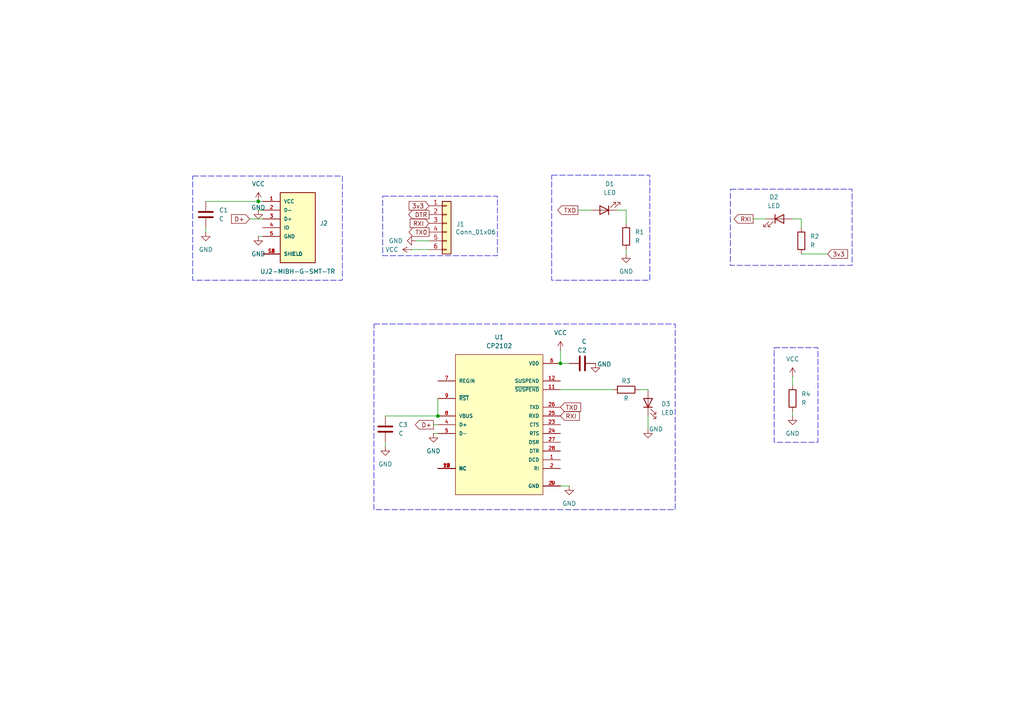
<source format=kicad_sch>
(kicad_sch (version 20231120) (generator "eeschema") (generator_version "8.0")
  (paper "A4")
  (title_block (title "CP2102USB2UART") (date "2025-02-16") (rev "1.0") (company "AvelTek"))
  (lib_symbols
    (symbol "CP2102:CP2102" (pin_names (offset 1.016))
      (property "Reference" "U" (at -12.7 21.082 0))
      (property "Value" "CP2102" (at -12.7 -22.86 0))
      (symbol "CP2102_0_0"
        (rectangle (start -12.7 -20.32) (end 12.7 20.32) (stroke (width 0.1524)) (fill (type background)))
        (pin input line (at 17.78 -10.16 180) (length 5.08) (name "DCD") (number "1"))
        (pin passive line (at -17.78 -12.7 0) (length 5.08) (name "NC") (number "10"))
        (pin output line (at 17.78 10.16 180) (length 5.08) (name "~{SUSPEND}") (number "11"))
        (pin output line (at 17.78 12.7 180) (length 5.08) (name "SUSPEND") (number "12"))
        (pin passive line (at -17.78 -12.7 0) (length 5.08) (name "NC") (number "13"))
        (pin passive line (at -17.78 -12.7 0) (length 5.08) (name "NC") (number "14"))
        (pin passive line (at -17.78 -12.7 0) (length 5.08) (name "NC") (number "15"))
        (pin passive line (at -17.78 -12.7 0) (length 5.08) (name "NC") (number "16"))
        (pin passive line (at -17.78 -12.7 0) (length 5.08) (name "NC") (number "17"))
        (pin passive line (at -17.78 -12.7 0) (length 5.08) (name "NC") (number "18"))
        (pin passive line (at -17.78 -12.7 0) (length 5.08) (name "NC") (number "19"))
        (pin input line (at 17.78 -12.7 180) (length 5.08) (name "RI") (number "2"))
        (pin passive line (at -17.78 -12.7 0) (length 5.08) (name "NC") (number "20"))
        (pin passive line (at -17.78 -12.7 0) (length 5.08) (name "NC") (number "21"))
        (pin passive line (at -17.78 -12.7 0) (length 5.08) (name "NC") (number "22"))
        (pin input line (at 17.78 0 180) (length 5.08) (name "CTS") (number "23"))
        (pin output line (at 17.78 -2.54 180) (length 5.08) (name "RTS") (number "24"))
        (pin input line (at 17.78 2.54 180) (length 5.08) (name "RXD") (number "25"))
        (pin output line (at 17.78 5.08 180) (length 5.08) (name "TXD") (number "26"))
        (pin input line (at 17.78 -5.08 180) (length 5.08) (name "DSR") (number "27"))
        (pin output line (at 17.78 -7.62 180) (length 5.08) (name "DTR") (number "28"))
        (pin power_in line (at 17.78 -17.78 180) (length 5.08) (name "GND") (number "29"))
        (pin power_in line (at 17.78 -17.78 180) (length 5.08) (name "GND") (number "3"))
        (pin bidirectional line (at -17.78 0 0) (length 5.08) (name "D+") (number "4"))
        (pin bidirectional line (at -17.78 -2.54 0) (length 5.08) (name "D-") (number "5"))
        (pin power_in line (at 17.78 17.78 180) (length 5.08) (name "VDD") (number "6"))
        (pin input line (at -17.78 12.7 0) (length 5.08) (name "REGIN") (number "7"))
        (pin input line (at -17.78 2.54 0) (length 5.08) (name "VBUS") (number "8"))
        (pin bidirectional line (at -17.78 7.62 0) (length 5.08) (name "~{RST}") (number "9"))
      )
    )
    (symbol "Connector_Generic:Conn_01x06" (pin_names (offset 1.016) hide)
      (property "Reference" "J" (at 0 7.62 0))
      (property "Value" "Conn_01x06" (at 0 -10.16 0))
      (symbol "Conn_01x06_1_1"
        (rectangle (start -1.27 -7.493) (end 0 -7.747) (stroke (width 0.1524)))
        (rectangle (start -1.27 -4.953) (end 0 -5.207) (stroke (width 0.1524)))
        (rectangle (start -1.27 -2.413) (end 0 -2.667) (stroke (width 0.1524)))
        (rectangle (start -1.27 0.127) (end 0 -0.127) (stroke (width 0.1524)))
        (rectangle (start -1.27 2.667) (end 0 2.413) (stroke (width 0.1524)))
        (rectangle (start -1.27 5.207) (end 0 4.953) (stroke (width 0.1524)))
        (rectangle (start -1.27 6.35) (end 1.27 -8.89) (stroke (width 0.254)) (fill (type background)))
        (pin passive line (at -5.08 5.08 0) (length 3.81) (name "Pin_1") (number "1"))
        (pin passive line (at -5.08 2.54 0) (length 3.81) (name "Pin_2") (number "2"))
        (pin passive line (at -5.08 0 0) (length 3.81) (name "Pin_3") (number "3"))
        (pin passive line (at -5.08 -2.54 0) (length 3.81) (name "Pin_4") (number "4"))
        (pin passive line (at -5.08 -5.08 0) (length 3.81) (name "Pin_5") (number "5"))
        (pin passive line (at -5.08 -7.62 0) (length 3.81) (name "Pin_6") (number "6"))
      )
    )
    (symbol "Device:C" (pin_numbers hide) (pin_names (offset 0.254))
      (property "Reference" "C" (at 0.635 2.54 0))
      (property "Value" "C" (at 0.635 -2.54 0))
      (symbol "C_0_1"
        (polyline (pts (xy -2.032 -0.762) (xy 2.032 -0.762)) (stroke (width 0.508)))
        (polyline (pts (xy -2.032 0.762) (xy 2.032 0.762)) (stroke (width 0.508)))
      )
      (symbol "C_1_1"
        (pin passive line (at 0 3.81 270) (length 2.794) (name "~") (number "1"))
        (pin passive line (at 0 -3.81 90) (length 2.794) (name "~") (number "2"))
      )
    )
    (symbol "Device:LED" (pin_numbers hide) (pin_names (offset 1.016) hide)
      (property "Reference" "D" (at 0 2.54 0))
      (property "Value" "LED" (at 0 -2.54 0))
      (symbol "LED_0_1"
        (polyline (pts (xy -1.27 -1.27) (xy -1.27 1.27)) (stroke (width 0.254)))
        (polyline (pts (xy -1.27 0) (xy 1.27 0)))
        (polyline (pts (xy 1.27 -1.27) (xy 1.27 1.27) (xy -1.27 0) (xy 1.27 -1.27)) (stroke (width 0.254)))
        (polyline (pts (xy -3.048 -0.762) (xy -4.572 -2.286) (xy -3.81 -2.286) (xy -4.572 -2.286) (xy -4.572 -1.524)))
        (polyline (pts (xy -1.778 -0.762) (xy -3.302 -2.286) (xy -2.54 -2.286) (xy -3.302 -2.286) (xy -3.302 -1.524)))
      )
      (symbol "LED_1_1"
        (pin passive line (at -3.81 0 0) (length 2.54) (name "K") (number "1"))
        (pin passive line (at 3.81 0 180) (length 2.54) (name "A") (number "2"))
      )
    )
    (symbol "Device:R" (pin_numbers hide) (pin_names (offset 0))
      (property "Reference" "R" (at 2.032 0 90))
      (property "Value" "R" (at 0 0 90))
      (symbol "R_0_1"
        (rectangle (start -1.016 -2.54) (end 1.016 2.54) (stroke (width 0.254)))
      )
      (symbol "R_1_1"
        (pin passive line (at 0 3.81 270) (length 1.27) (name "~") (number "1"))
        (pin passive line (at 0 -3.81 90) (length 1.27) (name "~") (number "2"))
      )
    )
    (symbol "UJ2-MIBH-G-SMT-TR:UJ2-MIBH-G-SMT-TR" (pin_names (offset 1.016))
      (property "Reference" "J" (at -5.08 11.43 0))
      (property "Value" "UJ2-MIBH-G-SMT-TR" (at -5.08 -12.7 0))
      (symbol "UJ2-MIBH-G-SMT-TR_0_0"
        (rectangle (start -5.08 -10.16) (end 5.08 10.16) (stroke (width 0.254)) (fill (type background)))
        (pin power_in line (at -10.16 7.62 0) (length 5.08) (name "VCC") (number "1"))
        (pin bidirectional line (at -10.16 5.08 0) (length 5.08) (name "D-") (number "2"))
        (pin bidirectional line (at -10.16 2.54 0) (length 5.08) (name "D+") (number "3"))
        (pin bidirectional line (at -10.16 0 0) (length 5.08) (name "ID") (number "4"))
        (pin power_in line (at -10.16 -2.54 0) (length 5.08) (name "GND") (number "5"))
        (pin passive line (at -10.16 -7.62 0) (length 5.08) (name "SHIELD") (number "S1"))
        (pin passive line (at -10.16 -7.62 0) (length 5.08) (name "SHIELD") (number "S2"))
        (pin passive line (at -10.16 -7.62 0) (length 5.08) (name "SHIELD") (number "S3"))
        (pin passive line (at -10.16 -7.62 0) (length 5.08) (name "SHIELD") (number "S4"))
      )
    )
    (symbol "power:GND" (power) (pin_numbers hide) (pin_names (offset 0) hide)
      (property "Value" "GND" (at 0 -3.81 0))
      (symbol "GND_0_1"
        (polyline (pts (xy 0 0) (xy 0 -1.27) (xy 1.27 -1.27) (xy 0 -2.54) (xy -1.27 -1.27) (xy 0 -1.27)))
      )
      (symbol "GND_1_1"
        (pin power_in line (at 0 0 270) (length 0) (name "~") (number "1"))
      )
    )
    (symbol "power:VCC" (power) (pin_numbers hide) (pin_names (offset 0) hide)
      (property "Value" "VCC" (at 0 3.556 0))
      (symbol "VCC_0_1"
        (polyline (pts (xy -0.762 1.27) (xy 0 2.54)))
        (polyline (pts (xy 0 0) (xy 0 2.54)))
        (polyline (pts (xy 0 2.54) (xy 0.762 1.27)))
      )
      (symbol "VCC_1_1"
        (pin power_in line (at 0 0 90) (length 0) (name "~") (number "1"))
      )
    )
  )
  (junction (at 162.56 105.41))
  (junction (at 74.93 58.42))
  (junction (at 127 120.65))
  (wire (pts (xy 229.87 63.5) (xy 232.41 63.5)))
  (wire (pts (xy 74.93 68.58) (xy 76.2 68.58)))
  (wire (pts (xy 240.03 73.66) (xy 232.41 73.66)))
  (wire (pts (xy 111.76 129.54) (xy 111.76 128.27)))
  (wire (pts (xy 229.87 119.38) (xy 229.87 120.65)))
  (wire (pts (xy 111.76 120.65) (xy 127 120.65)))
  (wire (pts (xy 120.65 69.85) (xy 124.46 69.85)))
  (wire (pts (xy 185.42 113.03) (xy 187.96 113.03)))
  (wire (pts (xy 162.56 101.6) (xy 162.56 105.41)))
  (wire (pts (xy 125.73 123.19) (xy 127 123.19)))
  (wire (pts (xy 119.38 72.39) (xy 124.46 72.39)))
  (wire (pts (xy 74.93 58.42) (xy 76.2 58.42)))
  (wire (pts (xy 59.69 66.04) (xy 59.69 67.31)))
  (wire (pts (xy 59.69 58.42) (xy 74.93 58.42)))
  (wire (pts (xy 187.96 120.65) (xy 187.96 124.46)))
  (wire (pts (xy 232.41 63.5) (xy 232.41 66.04)))
  (wire (pts (xy 125.73 125.73) (xy 127 125.73)))
  (wire (pts (xy 76.2 63.5) (xy 72.39 63.5)))
  (wire (pts (xy 127 115.57) (xy 127 120.65)))
  (wire (pts (xy 167.64 60.96) (xy 171.45 60.96)))
  (wire (pts (xy 162.56 113.03) (xy 177.8 113.03)))
  (wire (pts (xy 218.44 63.5) (xy 222.25 63.5)))
  (wire (pts (xy 179.07 60.96) (xy 181.61 60.96)))
  (wire (pts (xy 229.87 109.22) (xy 229.87 111.76)))
  (wire (pts (xy 181.61 73.66) (xy 181.61 72.39)))
  (wire (pts (xy 162.56 140.97) (xy 165.1 140.97)))
  (wire (pts (xy 74.93 60.96) (xy 76.2 60.96)))
  (wire (pts (xy 181.61 60.96) (xy 181.61 64.77)))
  (wire (pts (xy 162.56 105.41) (xy 165.1 105.41)))
  (rectangle (start 211.836 54.864) (end 247.142 76.962) (stroke (width 0) (type dash)))
  (rectangle (start 224.536 100.838) (end 237.236 128.27) (stroke (width 0) (type dash)))
  (rectangle (start 108.458 93.98) (end 195.834 147.828) (stroke (width 0) (type dash)))
  (rectangle (start 160.02 50.8) (end 188.468 81.28) (stroke (width 0) (type dash)))
  (rectangle (start 110.998 56.896) (end 144.272 74.168) (stroke (width 0) (type dash)))
  (rectangle (start 55.88 51.054) (end 99.314 81.28) (stroke (width 0) (type dash)))
  (global_label "TXD" (shape input) (at 162.56 118.11 0) (property "Intersheetrefs" "${INTERSHEET_REFS}" (effects (hide yes))))
  (global_label "TXD" (shape output) (at 167.64 60.96 180) (property "Intersheetrefs" "${INTERSHEET_REFS}" (effects (hide yes))))
  (global_label "3v3" (shape input) (at 124.46 59.69 180) (property "Intersheetrefs" "${INTERSHEET_REFS}" (effects (hide yes))))
  (global_label "RXI" (shape input) (at 162.56 120.65 0) (property "Intersheetrefs" "${INTERSHEET_REFS}" (effects (hide yes))))
  (global_label "3v3" (shape input) (at 240.03 73.66 0) (property "Intersheetrefs" "${INTERSHEET_REFS}" (effects (hide yes))))
  (global_label "TX0" (shape output) (at 124.46 67.31 180) (property "Intersheetrefs" "${INTERSHEET_REFS}" (effects (hide yes))))
  (global_label "DTR" (shape output) (at 124.46 62.23 180) (property "Intersheetrefs" "${INTERSHEET_REFS}" (effects (hide yes))))
  (global_label "RXI" (shape input) (at 124.46 64.77 180) (property "Intersheetrefs" "${INTERSHEET_REFS}" (effects (hide yes))))
  (global_label "D+" (shape output) (at 125.73 123.19 180) (property "Intersheetrefs" "${INTERSHEET_REFS}" (effects (hide yes))))
  (global_label "RXI" (shape output) (at 218.44 63.5 180) (property "Intersheetrefs" "${INTERSHEET_REFS}" (effects (hide yes))))
  (global_label "D+" (shape input) (at 72.39 63.5 180) (property "Intersheetrefs" "${INTERSHEET_REFS}" (effects (hide yes))))
  (symbol (lib_id "power:VCC") (at 119.38 72.39 90) (unit 1)
    (property "Reference" "#PWR016" (effects (hide yes)))
    (property "Value" "VCC" (at 115.57 72.3899 90) (effects (justify left)))
    (property "Description" "Power symbol creates a global label with name \"VCC\"" (effects (hide yes)))
  )
  (symbol (lib_id "power:GND") (at 74.93 60.96 0) (unit 1)
    (property "Reference" "#PWR06" (effects (hide yes)))
    (property "Value" "GND" (at 74.93 60.198 0))
    (property "Description" "Power symbol creates a global label with name \"GND\" , ground" (effects (hide yes)))
  )
  (symbol (lib_id "CP2102:CP2102") (at 144.78 123.19 0) (unit 1)
    (property "Reference" "U1" (at 144.78 97.79 0))
    (property "Value" "CP2102" (at 144.78 100.33 0))
    (property "Footprint" "Package_DFN_QFN:QFN-28-1EP_5x5mm_P0.5mm_EP3.75x3.75mm_ThermalVias" (effects (hide yes)))
    (property "MF" "Silicon Labs" (effects (hide yes)))
    (property "DESCRIPTION" "USB to UART Bridge" (effects (hide yes)))
    (property "PACKAGE" "WFQFN-20 Silicon Labs" (effects (hide yes)))
    (property "PRICE" "None" (effects (hide yes)))
    (property "Package" "QFN-28 Silicon Labs" (effects (hide yes)))
    (property "Check_prices" "https://www.snapeda.com/parts/CP2102/Silicon+Labs/view-part/?ref=eda" (effects (hide yes)))
    (property "Price" "None" (effects (hide yes)))
    (property "SnapEDA_Link" "https://www.snapeda.com/parts/CP2102/Silicon+Labs/view-part/?ref=snap" (effects (hide yes)))
    (property "MP" "CP2102" (effects (hide yes)))
    (property "Availability" "In Stock" (effects (hide yes)))
    (property "AVAILABILITY" "Unavailable" (effects (hide yes)))
    (property "Description_1" "\n                        \n                            CP2102N USB 2.0 to UART (RS232) Bridge Interface Evaluation Board\n                        \n" (effects (hide yes)))
  )
  (symbol (lib_id "Connector_Generic:Conn_01x06") (at 129.54 64.77 0) (unit 1)
    (property "Reference" "J1" (at 132.334 65.024 0) (effects (justify left)))
    (property "Value" "Conn_01x06" (at 132.08 67.3099 0) (effects (justify left)))
    (property "Footprint" "Connector_PinHeader_2.54mm:PinHeader_1x06_P2.54mm_Vertical" (effects (hide yes)))
    (property "Description" "Generic connector, single row, 01x06, script generated (kicad-library-utils/schlib/autogen/connector/)" (effects (hide yes)))
  )
  (symbol (lib_id "power:VCC") (at 229.87 109.22 0) (unit 1)
    (property "Reference" "#PWR014" (effects (hide yes)))
    (property "Value" "VCC" (at 229.87 104.14 0))
    (property "Description" "Power symbol creates a global label with name \"VCC\"" (effects (hide yes)))
  )
  (symbol (lib_id "Device:R") (at 181.61 68.58 0) (unit 1)
    (property "Reference" "R1" (at 184.15 67.3099 0) (effects (justify left)))
    (property "Value" "R" (at 184.15 69.8499 0) (effects (justify left)))
    (property "Footprint" "Resistor_SMD:R_0805_2012Metric" (effects (hide yes)))
    (property "Description" "Resistor" (effects (hide yes)))
  )
  (symbol (lib_id "Device:C") (at 59.69 62.23 180) (unit 1)
    (property "Reference" "C1" (at 63.5 60.9599 0) (effects (justify right)))
    (property "Value" "C" (at 63.5 63.4999 0) (effects (justify right)))
    (property "Footprint" "Capacitor_SMD:C_1206_3216Metric" (effects (hide yes)))
    (property "Description" "Unpolarized capacitor" (effects (hide yes)))
  )
  (symbol (lib_id "Device:R") (at 232.41 69.85 180) (unit 1)
    (property "Reference" "R2" (at 234.95 68.5799 0) (effects (justify right)))
    (property "Value" "R" (at 234.95 71.1199 0) (effects (justify right)))
    (property "Footprint" "Resistor_SMD:R_0805_2012Metric" (effects (hide yes)))
    (property "Description" "Resistor" (effects (hide yes)))
  )
  (symbol (lib_id "Device:R") (at 181.61 113.03 90) (unit 1)
    (property "Reference" "R3" (at 181.61 110.49 90))
    (property "Value" "R" (at 181.61 115.57 90))
    (property "Footprint" "Resistor_SMD:R_0805_2012Metric" (effects (hide yes)))
    (property "Description" "Resistor" (effects (hide yes)))
  )
  (symbol (lib_id "Device:LED") (at 175.26 60.96 180) (unit 1)
    (property "Reference" "D1" (at 176.8475 53.34 0))
    (property "Value" "LED" (at 176.8475 55.88 0))
    (property "Footprint" "LED_SMD:LED_0805_2012Metric" (effects (hide yes)))
    (property "Description" "Light emitting diode" (effects (hide yes)))
  )
  (symbol (lib_id "power:GND") (at 172.72 105.41 0) (unit 1)
    (property "Reference" "#PWR01" (effects (hide yes)))
    (property "Value" "GND" (at 175.26 105.664 0))
    (property "Description" "Power symbol creates a global label with name \"GND\" , ground" (effects (hide yes)))
  )
  (symbol (lib_id "power:GND") (at 187.96 124.46 0) (unit 1)
    (property "Reference" "#PWR04" (effects (hide yes)))
    (property "Value" "GND" (at 190.246 124.46 0))
    (property "Description" "Power symbol creates a global label with name \"GND\" , ground" (effects (hide yes)))
  )
  (symbol (lib_id "power:GND") (at 125.73 125.73 0) (unit 1)
    (property "Reference" "#PWR07" (effects (hide yes)))
    (property "Value" "GND" (at 125.73 130.81 0))
    (property "Description" "Power symbol creates a global label with name \"GND\" , ground" (effects (hide yes)))
  )
  (symbol (lib_id "power:GND") (at 181.61 73.66 0) (unit 1)
    (property "Reference" "#PWR08" (effects (hide yes)))
    (property "Value" "GND" (at 181.61 78.74 0))
    (property "Description" "Power symbol creates a global label with name \"GND\" , ground" (effects (hide yes)))
  )
  (symbol (lib_id "Device:LED") (at 187.96 116.84 90) (unit 1)
    (property "Reference" "D3" (at 191.77 117.1574 90) (effects (justify right)))
    (property "Value" "LED" (at 191.77 119.6974 90) (effects (justify right)))
    (property "Footprint" "LED_SMD:LED_0805_2012Metric" (effects (hide yes)))
    (property "Description" "Light emitting diode" (effects (hide yes)))
  )
  (symbol (lib_id "power:VCC") (at 74.93 58.42 0) (unit 1)
    (property "Reference" "#PWR011" (effects (hide yes)))
    (property "Value" "VCC" (at 74.93 53.34 0))
    (property "Description" "Power symbol creates a global label with name \"VCC\"" (effects (hide yes)))
  )
  (symbol (lib_id "Device:C") (at 111.76 124.46 0) (unit 1)
    (property "Reference" "C3" (at 115.57 123.1899 0) (effects (justify left)))
    (property "Value" "C" (at 115.57 125.7299 0) (effects (justify left)))
    (property "Footprint" "Capacitor_SMD:C_0805_2012Metric" (effects (hide yes)))
    (property "Description" "Unpolarized capacitor" (effects (hide yes)))
  )
  (symbol (lib_id "power:VCC") (at 162.56 101.6 0) (unit 1)
    (property "Reference" "#PWR012" (effects (hide yes)))
    (property "Value" "VCC" (at 162.56 96.52 0))
    (property "Description" "Power symbol creates a global label with name \"VCC\"" (effects (hide yes)))
  )
  (symbol (lib_id "Device:R") (at 229.87 115.57 0) (unit 1)
    (property "Reference" "R4" (at 232.41 114.2999 0) (effects (justify left)))
    (property "Value" "R" (at 232.41 116.8399 0) (effects (justify left)))
    (property "Footprint" "Resistor_SMD:R_1206_3216Metric" (effects (hide yes)))
    (property "Description" "Resistor" (effects (hide yes)))
  )
  (symbol (lib_id "Device:C") (at 168.91 105.41 90) (unit 1)
    (property "Reference" "C2" (at 170.18 101.6001 90) (effects (justify left)))
    (property "Value" "C" (at 170.18 99.0601 90) (effects (justify left)))
    (property "Footprint" "Capacitor_SMD:C_0805_2012Metric" (effects (hide yes)))
    (property "Description" "Unpolarized capacitor" (effects (hide yes)))
  )
  (symbol (lib_id "power:GND") (at 165.1 140.97 0) (unit 1)
    (property "Reference" "#PWR010" (effects (hide yes)))
    (property "Value" "GND" (at 165.1 146.05 0))
    (property "Description" "Power symbol creates a global label with name \"GND\" , ground" (effects (hide yes)))
  )
  (symbol (lib_id "power:GND") (at 229.87 120.65 0) (unit 1)
    (property "Reference" "#PWR05" (effects (hide yes)))
    (property "Value" "GND" (at 229.87 125.73 0))
    (property "Description" "Power symbol creates a global label with name \"GND\" , ground" (effects (hide yes)))
  )
  (symbol (lib_id "Device:LED") (at 226.06 63.5 0) (unit 1)
    (property "Reference" "D2" (at 224.4725 57.15 0))
    (property "Value" "LED" (at 224.4725 59.69 0))
    (property "Footprint" "LED_SMD:LED_0805_2012Metric" (effects (hide yes)))
    (property "Description" "Light emitting diode" (effects (hide yes)))
  )
  (symbol (lib_id "UJ2-MIBH-G-SMT-TR:UJ2-MIBH-G-SMT-TR") (at 86.36 66.04 0) (unit 1)
    (property "Reference" "J2" (at 92.71 64.7699 0) (effects (justify left)))
    (property "Value" "UJ2-MIBH-G-SMT-TR" (at 75.438 78.74 0) (effects (justify left)))
    (property "Footprint" "footprints:CUI_UJ2-MIBH-G-SMT-TR" (effects (hide yes)))
    (property "MF" "Same Sky" (effects (hide yes)))
    (property "MAXIMUM_PACKAGE_HEIGHT" "2.95 mm" (effects (hide yes)))
    (property "Package" "None" (effects (hide yes)))
    (property "Price" "None" (effects (hide yes)))
    (property "Check_prices" "https://www.snapeda.com/parts/UJ2-MIBH-G-SMT-TR/Same+Sky/view-part/?ref=eda" (effects (hide yes)))
    (property "STANDARD" "Manufacturer Recommendations" (effects (hide yes)))
    (property "PARTREV" "1.0" (effects (hide yes)))
    (property "SnapEDA_Link" "https://www.snapeda.com/parts/UJ2-MIBH-G-SMT-TR/Same+Sky/view-part/?ref=snap" (effects (hide yes)))
    (property "MP" "UJ2-MIBH-G-SMT-TR" (effects (hide yes)))
    (property "Description_1" "\n                        \n                            Micro B, USB 2.0, 480 Mbps, 5 Vdc, 1.8 A, Right Angle, Surface Mount, Black Insulator, USB Receptacle\n                        \n" (effects (hide yes)))
    (property "Availability" "In Stock" (effects (hide yes)))
    (property "MANUFACTURER" "CUI" (effects (hide yes)))
  )
  (symbol (lib_id "power:GND") (at 59.69 67.31 0) (unit 1)
    (property "Reference" "#PWR013" (effects (hide yes)))
    (property "Value" "GND" (at 59.69 72.39 0))
    (property "Description" "Power symbol creates a global label with name \"GND\" , ground" (effects (hide yes)))
  )
  (symbol (lib_id "power:GND") (at 74.93 68.58 0) (unit 1)
    (property "Reference" "#PWR02" (effects (hide yes)))
    (property "Value" "GND" (at 74.93 73.66 0))
    (property "Description" "Power symbol creates a global label with name \"GND\" , ground" (effects (hide yes)))
  )
  (symbol (lib_id "power:GND") (at 120.65 69.85 270) (unit 1)
    (property "Reference" "#PWR09" (effects (hide yes)))
    (property "Value" "GND" (at 116.84 69.8499 90) (effects (justify right)))
    (property "Description" "Power symbol creates a global label with name \"GND\" , ground" (effects (hide yes)))
  )
  (symbol (lib_id "power:GND") (at 111.76 129.54 0) (unit 1)
    (property "Reference" "#PWR03" (effects (hide yes)))
    (property "Value" "GND" (at 111.76 134.62 0))
    (property "Description" "Power symbol creates a global label with name \"GND\" , ground" (effects (hide yes)))
  )
)
</source>
